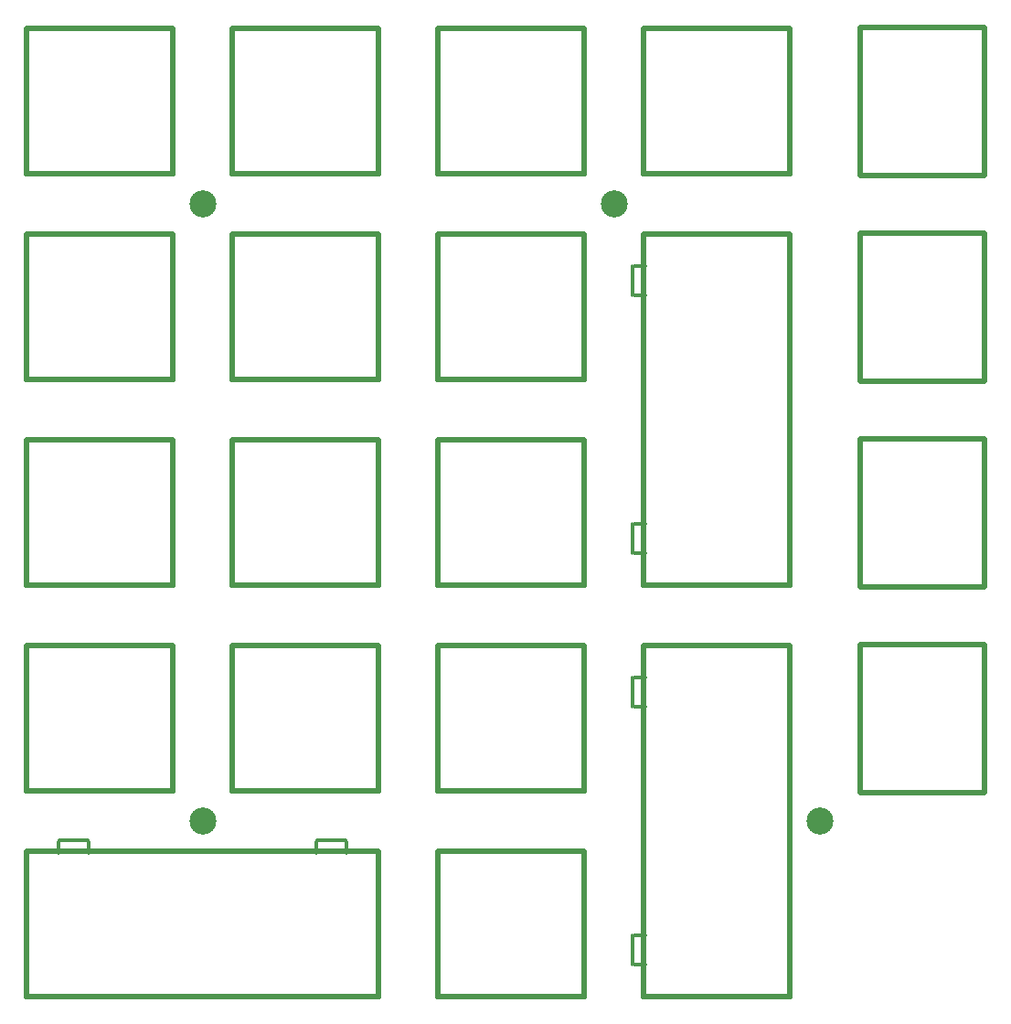
<source format=gts>
%TF.GenerationSoftware,KiCad,Pcbnew,(5.99.0-12610-g07e01e6297)*%
%TF.CreationDate,2021-10-01T22:50:03+01:00*%
%TF.ProjectId,Envoy-Switchplate,456e766f-792d-4537-9769-746368706c61,rev?*%
%TF.SameCoordinates,Original*%
%TF.FileFunction,Soldermask,Top*%
%TF.FilePolarity,Negative*%
%FSLAX46Y46*%
G04 Gerber Fmt 4.6, Leading zero omitted, Abs format (unit mm)*
G04 Created by KiCad (PCBNEW (5.99.0-12610-g07e01e6297)) date 2021-10-01 22:50:03*
%MOMM*%
%LPD*%
G01*
G04 APERTURE LIST*
%ADD10O,0.500000X14.000000*%
%ADD11O,14.000000X0.500000*%
%ADD12O,0.304800X3.048000*%
%ADD13O,1.473200X0.304800*%
%ADD14O,0.304800X1.473200*%
%ADD15O,3.048000X0.304800*%
%ADD16O,12.000000X0.500000*%
%ADD17O,0.500000X14.200000*%
%ADD18C,2.500000*%
G04 APERTURE END LIST*
D10*
%TO.C,MX12*%
X152825500Y-113950750D03*
D11*
X159575500Y-120700750D03*
D10*
X166325500Y-113950750D03*
%TD*%
%TO.C,MX5*%
X95675500Y-94900750D03*
X109175500Y-94900750D03*
D11*
X102425500Y-101650750D03*
X102425500Y-88150750D03*
%TD*%
D10*
%TO.C,MX20*%
X152825500Y-152050750D03*
D11*
X159575500Y-158800750D03*
D10*
X166325500Y-152050750D03*
%TD*%
D11*
%TO.C,MX17*%
X102425500Y-145300750D03*
D10*
X95675500Y-152050750D03*
D11*
X102425500Y-158800750D03*
%TD*%
D10*
%TO.C,MX8-2u1*%
X166325500Y-104425750D03*
D12*
X151803100Y-116363750D03*
D13*
X152463500Y-117735350D03*
X152463500Y-91116150D03*
D12*
X151803100Y-92487750D03*
D13*
X152463500Y-114992150D03*
X152463500Y-93859350D03*
D10*
X152825500Y-104425750D03*
%TD*%
D14*
%TO.C,MX17-2u1*%
X98640900Y-144938750D03*
D11*
X111950500Y-158800750D03*
D14*
X101384100Y-144938750D03*
D11*
X111950500Y-145300750D03*
D15*
X123888500Y-144278350D03*
X100012500Y-144278350D03*
D14*
X122516900Y-144938750D03*
X125260100Y-144938750D03*
%TD*%
D13*
%TO.C,MX16-2u1*%
X152463500Y-131959350D03*
D10*
X152825500Y-142525750D03*
D12*
X151803100Y-130587750D03*
D13*
X152463500Y-129216150D03*
X152463500Y-153092150D03*
D12*
X151803100Y-154463750D03*
D10*
X166325500Y-142525750D03*
D13*
X152463500Y-155835350D03*
%TD*%
D11*
%TO.C,MX16*%
X159575500Y-126250750D03*
D10*
X152825500Y-133000750D03*
X166325500Y-133000750D03*
%TD*%
D11*
%TO.C,MX13*%
X102425500Y-139750750D03*
D10*
X109175500Y-133000750D03*
D11*
X102425500Y-126250750D03*
D10*
X95675500Y-133000750D03*
%TD*%
D16*
%TO.C,ENC1*%
X178625500Y-69000750D03*
D17*
X184375500Y-75850750D03*
D16*
X178625500Y-82700750D03*
D17*
X172875500Y-75850750D03*
%TD*%
D10*
%TO.C,MX10*%
X114725500Y-113950750D03*
X128225500Y-113950750D03*
D11*
X121475500Y-107200750D03*
X121475500Y-120700750D03*
%TD*%
%TO.C,MX19*%
X140525500Y-158800750D03*
X140525500Y-145300750D03*
D10*
X133775500Y-152050750D03*
X147275500Y-152050750D03*
%TD*%
D11*
%TO.C,MX14*%
X121475500Y-139750750D03*
X121475500Y-126250750D03*
D10*
X128225500Y-133000750D03*
X114725500Y-133000750D03*
%TD*%
%TO.C,MX6*%
X128225500Y-94900750D03*
X114725500Y-94900750D03*
D11*
X121475500Y-88150750D03*
X121475500Y-101650750D03*
%TD*%
%TO.C,MX9*%
X102425500Y-120700750D03*
D10*
X109175500Y-113950750D03*
D11*
X102425500Y-107200750D03*
D10*
X95675500Y-113950750D03*
%TD*%
D11*
%TO.C,MX11*%
X140525500Y-120700750D03*
D10*
X147275500Y-113950750D03*
D11*
X140525500Y-107200750D03*
D10*
X133775500Y-113950750D03*
%TD*%
D11*
%TO.C,MX3*%
X140525500Y-82600750D03*
X140525500Y-69100750D03*
D10*
X147275500Y-75850750D03*
X133775500Y-75850750D03*
%TD*%
%TO.C,MX2*%
X128225500Y-75850750D03*
D11*
X121475500Y-69100750D03*
D10*
X114725500Y-75850750D03*
D11*
X121475500Y-82600750D03*
%TD*%
%TO.C,MX7*%
X140525500Y-101650750D03*
D10*
X133775500Y-94900750D03*
X147275500Y-94900750D03*
D11*
X140525500Y-88150750D03*
%TD*%
D10*
%TO.C,MX8*%
X152825500Y-94900750D03*
X166325500Y-94900750D03*
D11*
X159575500Y-88150750D03*
%TD*%
D10*
%TO.C,MX1*%
X95675500Y-75850750D03*
X109175500Y-75850750D03*
D11*
X102425500Y-82600750D03*
X102425500Y-69100750D03*
%TD*%
%TO.C,MX18*%
X121475500Y-145300750D03*
X121475500Y-158800750D03*
D10*
X128225500Y-152050750D03*
%TD*%
%TO.C,MX4*%
X166325500Y-75850750D03*
D11*
X159575500Y-69100750D03*
X159575500Y-82600750D03*
D10*
X152825500Y-75850750D03*
%TD*%
D17*
%TO.C,ENC2*%
X184375500Y-94900750D03*
X172875500Y-94900750D03*
D16*
X178625500Y-101750750D03*
X178625500Y-88050750D03*
%TD*%
D10*
%TO.C,MX15*%
X133775500Y-133000750D03*
D11*
X140525500Y-139750750D03*
X140525500Y-126250750D03*
D10*
X147275500Y-133000750D03*
%TD*%
D18*
%TO.C,H4*%
X169100500Y-142525750D03*
%TD*%
%TO.C,H1*%
X111950500Y-85375750D03*
%TD*%
D17*
%TO.C,ENC3*%
X172875500Y-113950750D03*
X184375500Y-113950750D03*
D16*
X178625500Y-120800750D03*
X178625500Y-107100750D03*
%TD*%
D18*
%TO.C,H3*%
X111950500Y-142525750D03*
%TD*%
D16*
%TO.C,ENC4*%
X178625500Y-139850750D03*
D17*
X172875500Y-133000750D03*
D16*
X178625500Y-126150750D03*
D17*
X184375500Y-133000750D03*
%TD*%
D18*
%TO.C,H2*%
X150050500Y-85375750D03*
%TD*%
M02*

</source>
